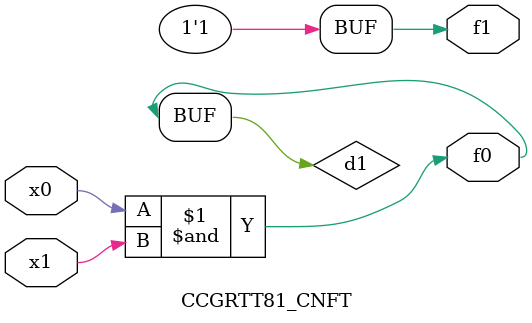
<source format=v>
module CCGRTT81_CNFT(
	input x0, x1,
	output f0, f1
);

	wire d1;

	assign f0 = d1;
	and (d1, x0, x1);
	assign f1 = 1'b1;
endmodule

</source>
